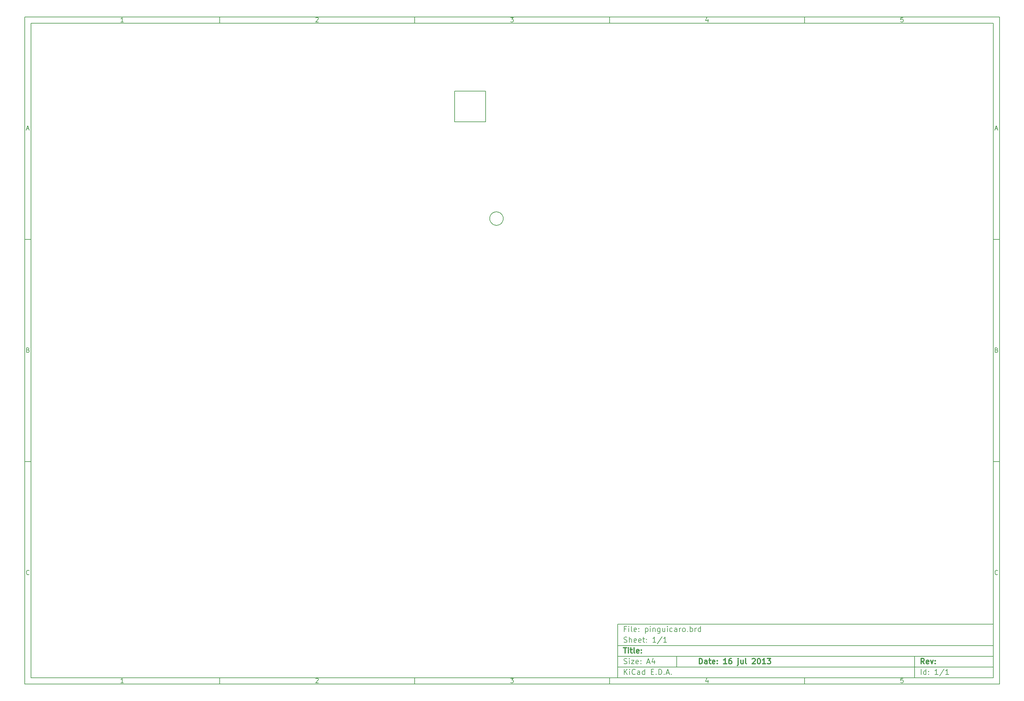
<source format=gbo>
G04 (created by PCBNEW-RS274X (2012-01-19 BZR 3256)-stable) date mar 16 jul 2013 12:41:11 ART*
G01*
G70*
G90*
%MOIN*%
G04 Gerber Fmt 3.4, Leading zero omitted, Abs format*
%FSLAX34Y34*%
G04 APERTURE LIST*
%ADD10C,0.006000*%
%ADD11C,0.012000*%
G04 APERTURE END LIST*
G54D10*
X04000Y-04000D02*
X113000Y-04000D01*
X113000Y-78670D01*
X04000Y-78670D01*
X04000Y-04000D01*
X04700Y-04700D02*
X112300Y-04700D01*
X112300Y-77970D01*
X04700Y-77970D01*
X04700Y-04700D01*
X25800Y-04000D02*
X25800Y-04700D01*
X15043Y-04552D02*
X14757Y-04552D01*
X14900Y-04552D02*
X14900Y-04052D01*
X14852Y-04124D01*
X14805Y-04171D01*
X14757Y-04195D01*
X25800Y-78670D02*
X25800Y-77970D01*
X15043Y-78522D02*
X14757Y-78522D01*
X14900Y-78522D02*
X14900Y-78022D01*
X14852Y-78094D01*
X14805Y-78141D01*
X14757Y-78165D01*
X47600Y-04000D02*
X47600Y-04700D01*
X36557Y-04100D02*
X36581Y-04076D01*
X36629Y-04052D01*
X36748Y-04052D01*
X36795Y-04076D01*
X36819Y-04100D01*
X36843Y-04148D01*
X36843Y-04195D01*
X36819Y-04267D01*
X36533Y-04552D01*
X36843Y-04552D01*
X47600Y-78670D02*
X47600Y-77970D01*
X36557Y-78070D02*
X36581Y-78046D01*
X36629Y-78022D01*
X36748Y-78022D01*
X36795Y-78046D01*
X36819Y-78070D01*
X36843Y-78118D01*
X36843Y-78165D01*
X36819Y-78237D01*
X36533Y-78522D01*
X36843Y-78522D01*
X69400Y-04000D02*
X69400Y-04700D01*
X58333Y-04052D02*
X58643Y-04052D01*
X58476Y-04243D01*
X58548Y-04243D01*
X58595Y-04267D01*
X58619Y-04290D01*
X58643Y-04338D01*
X58643Y-04457D01*
X58619Y-04505D01*
X58595Y-04529D01*
X58548Y-04552D01*
X58405Y-04552D01*
X58357Y-04529D01*
X58333Y-04505D01*
X69400Y-78670D02*
X69400Y-77970D01*
X58333Y-78022D02*
X58643Y-78022D01*
X58476Y-78213D01*
X58548Y-78213D01*
X58595Y-78237D01*
X58619Y-78260D01*
X58643Y-78308D01*
X58643Y-78427D01*
X58619Y-78475D01*
X58595Y-78499D01*
X58548Y-78522D01*
X58405Y-78522D01*
X58357Y-78499D01*
X58333Y-78475D01*
X91200Y-04000D02*
X91200Y-04700D01*
X80395Y-04219D02*
X80395Y-04552D01*
X80276Y-04029D02*
X80157Y-04386D01*
X80467Y-04386D01*
X91200Y-78670D02*
X91200Y-77970D01*
X80395Y-78189D02*
X80395Y-78522D01*
X80276Y-77999D02*
X80157Y-78356D01*
X80467Y-78356D01*
X102219Y-04052D02*
X101981Y-04052D01*
X101957Y-04290D01*
X101981Y-04267D01*
X102029Y-04243D01*
X102148Y-04243D01*
X102195Y-04267D01*
X102219Y-04290D01*
X102243Y-04338D01*
X102243Y-04457D01*
X102219Y-04505D01*
X102195Y-04529D01*
X102148Y-04552D01*
X102029Y-04552D01*
X101981Y-04529D01*
X101957Y-04505D01*
X102219Y-78022D02*
X101981Y-78022D01*
X101957Y-78260D01*
X101981Y-78237D01*
X102029Y-78213D01*
X102148Y-78213D01*
X102195Y-78237D01*
X102219Y-78260D01*
X102243Y-78308D01*
X102243Y-78427D01*
X102219Y-78475D01*
X102195Y-78499D01*
X102148Y-78522D01*
X102029Y-78522D01*
X101981Y-78499D01*
X101957Y-78475D01*
X04000Y-28890D02*
X04700Y-28890D01*
X04231Y-16510D02*
X04469Y-16510D01*
X04184Y-16652D02*
X04350Y-16152D01*
X04517Y-16652D01*
X113000Y-28890D02*
X112300Y-28890D01*
X112531Y-16510D02*
X112769Y-16510D01*
X112484Y-16652D02*
X112650Y-16152D01*
X112817Y-16652D01*
X04000Y-53780D02*
X04700Y-53780D01*
X04386Y-41280D02*
X04457Y-41304D01*
X04481Y-41328D01*
X04505Y-41376D01*
X04505Y-41447D01*
X04481Y-41495D01*
X04457Y-41519D01*
X04410Y-41542D01*
X04219Y-41542D01*
X04219Y-41042D01*
X04386Y-41042D01*
X04433Y-41066D01*
X04457Y-41090D01*
X04481Y-41138D01*
X04481Y-41185D01*
X04457Y-41233D01*
X04433Y-41257D01*
X04386Y-41280D01*
X04219Y-41280D01*
X113000Y-53780D02*
X112300Y-53780D01*
X112686Y-41280D02*
X112757Y-41304D01*
X112781Y-41328D01*
X112805Y-41376D01*
X112805Y-41447D01*
X112781Y-41495D01*
X112757Y-41519D01*
X112710Y-41542D01*
X112519Y-41542D01*
X112519Y-41042D01*
X112686Y-41042D01*
X112733Y-41066D01*
X112757Y-41090D01*
X112781Y-41138D01*
X112781Y-41185D01*
X112757Y-41233D01*
X112733Y-41257D01*
X112686Y-41280D01*
X112519Y-41280D01*
X04505Y-66385D02*
X04481Y-66409D01*
X04410Y-66432D01*
X04362Y-66432D01*
X04290Y-66409D01*
X04243Y-66361D01*
X04219Y-66313D01*
X04195Y-66218D01*
X04195Y-66147D01*
X04219Y-66051D01*
X04243Y-66004D01*
X04290Y-65956D01*
X04362Y-65932D01*
X04410Y-65932D01*
X04481Y-65956D01*
X04505Y-65980D01*
X112805Y-66385D02*
X112781Y-66409D01*
X112710Y-66432D01*
X112662Y-66432D01*
X112590Y-66409D01*
X112543Y-66361D01*
X112519Y-66313D01*
X112495Y-66218D01*
X112495Y-66147D01*
X112519Y-66051D01*
X112543Y-66004D01*
X112590Y-65956D01*
X112662Y-65932D01*
X112710Y-65932D01*
X112781Y-65956D01*
X112805Y-65980D01*
G54D11*
X79443Y-76413D02*
X79443Y-75813D01*
X79586Y-75813D01*
X79671Y-75841D01*
X79729Y-75899D01*
X79757Y-75956D01*
X79786Y-76070D01*
X79786Y-76156D01*
X79757Y-76270D01*
X79729Y-76327D01*
X79671Y-76384D01*
X79586Y-76413D01*
X79443Y-76413D01*
X80300Y-76413D02*
X80300Y-76099D01*
X80271Y-76041D01*
X80214Y-76013D01*
X80100Y-76013D01*
X80043Y-76041D01*
X80300Y-76384D02*
X80243Y-76413D01*
X80100Y-76413D01*
X80043Y-76384D01*
X80014Y-76327D01*
X80014Y-76270D01*
X80043Y-76213D01*
X80100Y-76184D01*
X80243Y-76184D01*
X80300Y-76156D01*
X80500Y-76013D02*
X80729Y-76013D01*
X80586Y-75813D02*
X80586Y-76327D01*
X80614Y-76384D01*
X80672Y-76413D01*
X80729Y-76413D01*
X81157Y-76384D02*
X81100Y-76413D01*
X80986Y-76413D01*
X80929Y-76384D01*
X80900Y-76327D01*
X80900Y-76099D01*
X80929Y-76041D01*
X80986Y-76013D01*
X81100Y-76013D01*
X81157Y-76041D01*
X81186Y-76099D01*
X81186Y-76156D01*
X80900Y-76213D01*
X81443Y-76356D02*
X81471Y-76384D01*
X81443Y-76413D01*
X81414Y-76384D01*
X81443Y-76356D01*
X81443Y-76413D01*
X81443Y-76041D02*
X81471Y-76070D01*
X81443Y-76099D01*
X81414Y-76070D01*
X81443Y-76041D01*
X81443Y-76099D01*
X82500Y-76413D02*
X82157Y-76413D01*
X82329Y-76413D02*
X82329Y-75813D01*
X82272Y-75899D01*
X82214Y-75956D01*
X82157Y-75984D01*
X83014Y-75813D02*
X82900Y-75813D01*
X82843Y-75841D01*
X82814Y-75870D01*
X82757Y-75956D01*
X82728Y-76070D01*
X82728Y-76299D01*
X82757Y-76356D01*
X82785Y-76384D01*
X82843Y-76413D01*
X82957Y-76413D01*
X83014Y-76384D01*
X83043Y-76356D01*
X83071Y-76299D01*
X83071Y-76156D01*
X83043Y-76099D01*
X83014Y-76070D01*
X82957Y-76041D01*
X82843Y-76041D01*
X82785Y-76070D01*
X82757Y-76099D01*
X82728Y-76156D01*
X83785Y-76013D02*
X83785Y-76527D01*
X83756Y-76584D01*
X83699Y-76613D01*
X83671Y-76613D01*
X83785Y-75813D02*
X83756Y-75841D01*
X83785Y-75870D01*
X83813Y-75841D01*
X83785Y-75813D01*
X83785Y-75870D01*
X84328Y-76013D02*
X84328Y-76413D01*
X84071Y-76013D02*
X84071Y-76327D01*
X84099Y-76384D01*
X84157Y-76413D01*
X84242Y-76413D01*
X84299Y-76384D01*
X84328Y-76356D01*
X84700Y-76413D02*
X84642Y-76384D01*
X84614Y-76327D01*
X84614Y-75813D01*
X85356Y-75870D02*
X85385Y-75841D01*
X85442Y-75813D01*
X85585Y-75813D01*
X85642Y-75841D01*
X85671Y-75870D01*
X85699Y-75927D01*
X85699Y-75984D01*
X85671Y-76070D01*
X85328Y-76413D01*
X85699Y-76413D01*
X86070Y-75813D02*
X86127Y-75813D01*
X86184Y-75841D01*
X86213Y-75870D01*
X86242Y-75927D01*
X86270Y-76041D01*
X86270Y-76184D01*
X86242Y-76299D01*
X86213Y-76356D01*
X86184Y-76384D01*
X86127Y-76413D01*
X86070Y-76413D01*
X86013Y-76384D01*
X85984Y-76356D01*
X85956Y-76299D01*
X85927Y-76184D01*
X85927Y-76041D01*
X85956Y-75927D01*
X85984Y-75870D01*
X86013Y-75841D01*
X86070Y-75813D01*
X86841Y-76413D02*
X86498Y-76413D01*
X86670Y-76413D02*
X86670Y-75813D01*
X86613Y-75899D01*
X86555Y-75956D01*
X86498Y-75984D01*
X87041Y-75813D02*
X87412Y-75813D01*
X87212Y-76041D01*
X87298Y-76041D01*
X87355Y-76070D01*
X87384Y-76099D01*
X87412Y-76156D01*
X87412Y-76299D01*
X87384Y-76356D01*
X87355Y-76384D01*
X87298Y-76413D01*
X87126Y-76413D01*
X87069Y-76384D01*
X87041Y-76356D01*
G54D10*
X71043Y-77613D02*
X71043Y-77013D01*
X71386Y-77613D02*
X71129Y-77270D01*
X71386Y-77013D02*
X71043Y-77356D01*
X71643Y-77613D02*
X71643Y-77213D01*
X71643Y-77013D02*
X71614Y-77041D01*
X71643Y-77070D01*
X71671Y-77041D01*
X71643Y-77013D01*
X71643Y-77070D01*
X72272Y-77556D02*
X72243Y-77584D01*
X72157Y-77613D01*
X72100Y-77613D01*
X72015Y-77584D01*
X71957Y-77527D01*
X71929Y-77470D01*
X71900Y-77356D01*
X71900Y-77270D01*
X71929Y-77156D01*
X71957Y-77099D01*
X72015Y-77041D01*
X72100Y-77013D01*
X72157Y-77013D01*
X72243Y-77041D01*
X72272Y-77070D01*
X72786Y-77613D02*
X72786Y-77299D01*
X72757Y-77241D01*
X72700Y-77213D01*
X72586Y-77213D01*
X72529Y-77241D01*
X72786Y-77584D02*
X72729Y-77613D01*
X72586Y-77613D01*
X72529Y-77584D01*
X72500Y-77527D01*
X72500Y-77470D01*
X72529Y-77413D01*
X72586Y-77384D01*
X72729Y-77384D01*
X72786Y-77356D01*
X73329Y-77613D02*
X73329Y-77013D01*
X73329Y-77584D02*
X73272Y-77613D01*
X73158Y-77613D01*
X73100Y-77584D01*
X73072Y-77556D01*
X73043Y-77499D01*
X73043Y-77327D01*
X73072Y-77270D01*
X73100Y-77241D01*
X73158Y-77213D01*
X73272Y-77213D01*
X73329Y-77241D01*
X74072Y-77299D02*
X74272Y-77299D01*
X74358Y-77613D02*
X74072Y-77613D01*
X74072Y-77013D01*
X74358Y-77013D01*
X74615Y-77556D02*
X74643Y-77584D01*
X74615Y-77613D01*
X74586Y-77584D01*
X74615Y-77556D01*
X74615Y-77613D01*
X74901Y-77613D02*
X74901Y-77013D01*
X75044Y-77013D01*
X75129Y-77041D01*
X75187Y-77099D01*
X75215Y-77156D01*
X75244Y-77270D01*
X75244Y-77356D01*
X75215Y-77470D01*
X75187Y-77527D01*
X75129Y-77584D01*
X75044Y-77613D01*
X74901Y-77613D01*
X75501Y-77556D02*
X75529Y-77584D01*
X75501Y-77613D01*
X75472Y-77584D01*
X75501Y-77556D01*
X75501Y-77613D01*
X75758Y-77441D02*
X76044Y-77441D01*
X75701Y-77613D02*
X75901Y-77013D01*
X76101Y-77613D01*
X76301Y-77556D02*
X76329Y-77584D01*
X76301Y-77613D01*
X76272Y-77584D01*
X76301Y-77556D01*
X76301Y-77613D01*
G54D11*
X104586Y-76413D02*
X104386Y-76127D01*
X104243Y-76413D02*
X104243Y-75813D01*
X104471Y-75813D01*
X104529Y-75841D01*
X104557Y-75870D01*
X104586Y-75927D01*
X104586Y-76013D01*
X104557Y-76070D01*
X104529Y-76099D01*
X104471Y-76127D01*
X104243Y-76127D01*
X105071Y-76384D02*
X105014Y-76413D01*
X104900Y-76413D01*
X104843Y-76384D01*
X104814Y-76327D01*
X104814Y-76099D01*
X104843Y-76041D01*
X104900Y-76013D01*
X105014Y-76013D01*
X105071Y-76041D01*
X105100Y-76099D01*
X105100Y-76156D01*
X104814Y-76213D01*
X105300Y-76013D02*
X105443Y-76413D01*
X105585Y-76013D01*
X105814Y-76356D02*
X105842Y-76384D01*
X105814Y-76413D01*
X105785Y-76384D01*
X105814Y-76356D01*
X105814Y-76413D01*
X105814Y-76041D02*
X105842Y-76070D01*
X105814Y-76099D01*
X105785Y-76070D01*
X105814Y-76041D01*
X105814Y-76099D01*
G54D10*
X71014Y-76384D02*
X71100Y-76413D01*
X71243Y-76413D01*
X71300Y-76384D01*
X71329Y-76356D01*
X71357Y-76299D01*
X71357Y-76241D01*
X71329Y-76184D01*
X71300Y-76156D01*
X71243Y-76127D01*
X71129Y-76099D01*
X71071Y-76070D01*
X71043Y-76041D01*
X71014Y-75984D01*
X71014Y-75927D01*
X71043Y-75870D01*
X71071Y-75841D01*
X71129Y-75813D01*
X71271Y-75813D01*
X71357Y-75841D01*
X71614Y-76413D02*
X71614Y-76013D01*
X71614Y-75813D02*
X71585Y-75841D01*
X71614Y-75870D01*
X71642Y-75841D01*
X71614Y-75813D01*
X71614Y-75870D01*
X71843Y-76013D02*
X72157Y-76013D01*
X71843Y-76413D01*
X72157Y-76413D01*
X72614Y-76384D02*
X72557Y-76413D01*
X72443Y-76413D01*
X72386Y-76384D01*
X72357Y-76327D01*
X72357Y-76099D01*
X72386Y-76041D01*
X72443Y-76013D01*
X72557Y-76013D01*
X72614Y-76041D01*
X72643Y-76099D01*
X72643Y-76156D01*
X72357Y-76213D01*
X72900Y-76356D02*
X72928Y-76384D01*
X72900Y-76413D01*
X72871Y-76384D01*
X72900Y-76356D01*
X72900Y-76413D01*
X72900Y-76041D02*
X72928Y-76070D01*
X72900Y-76099D01*
X72871Y-76070D01*
X72900Y-76041D01*
X72900Y-76099D01*
X73614Y-76241D02*
X73900Y-76241D01*
X73557Y-76413D02*
X73757Y-75813D01*
X73957Y-76413D01*
X74414Y-76013D02*
X74414Y-76413D01*
X74271Y-75784D02*
X74128Y-76213D01*
X74500Y-76213D01*
X104243Y-77613D02*
X104243Y-77013D01*
X104786Y-77613D02*
X104786Y-77013D01*
X104786Y-77584D02*
X104729Y-77613D01*
X104615Y-77613D01*
X104557Y-77584D01*
X104529Y-77556D01*
X104500Y-77499D01*
X104500Y-77327D01*
X104529Y-77270D01*
X104557Y-77241D01*
X104615Y-77213D01*
X104729Y-77213D01*
X104786Y-77241D01*
X105072Y-77556D02*
X105100Y-77584D01*
X105072Y-77613D01*
X105043Y-77584D01*
X105072Y-77556D01*
X105072Y-77613D01*
X105072Y-77241D02*
X105100Y-77270D01*
X105072Y-77299D01*
X105043Y-77270D01*
X105072Y-77241D01*
X105072Y-77299D01*
X106129Y-77613D02*
X105786Y-77613D01*
X105958Y-77613D02*
X105958Y-77013D01*
X105901Y-77099D01*
X105843Y-77156D01*
X105786Y-77184D01*
X106814Y-76984D02*
X106300Y-77756D01*
X107329Y-77613D02*
X106986Y-77613D01*
X107158Y-77613D02*
X107158Y-77013D01*
X107101Y-77099D01*
X107043Y-77156D01*
X106986Y-77184D01*
G54D11*
X70957Y-74613D02*
X71300Y-74613D01*
X71129Y-75213D02*
X71129Y-74613D01*
X71500Y-75213D02*
X71500Y-74813D01*
X71500Y-74613D02*
X71471Y-74641D01*
X71500Y-74670D01*
X71528Y-74641D01*
X71500Y-74613D01*
X71500Y-74670D01*
X71700Y-74813D02*
X71929Y-74813D01*
X71786Y-74613D02*
X71786Y-75127D01*
X71814Y-75184D01*
X71872Y-75213D01*
X71929Y-75213D01*
X72215Y-75213D02*
X72157Y-75184D01*
X72129Y-75127D01*
X72129Y-74613D01*
X72671Y-75184D02*
X72614Y-75213D01*
X72500Y-75213D01*
X72443Y-75184D01*
X72414Y-75127D01*
X72414Y-74899D01*
X72443Y-74841D01*
X72500Y-74813D01*
X72614Y-74813D01*
X72671Y-74841D01*
X72700Y-74899D01*
X72700Y-74956D01*
X72414Y-75013D01*
X72957Y-75156D02*
X72985Y-75184D01*
X72957Y-75213D01*
X72928Y-75184D01*
X72957Y-75156D01*
X72957Y-75213D01*
X72957Y-74841D02*
X72985Y-74870D01*
X72957Y-74899D01*
X72928Y-74870D01*
X72957Y-74841D01*
X72957Y-74899D01*
G54D10*
X71243Y-72499D02*
X71043Y-72499D01*
X71043Y-72813D02*
X71043Y-72213D01*
X71329Y-72213D01*
X71557Y-72813D02*
X71557Y-72413D01*
X71557Y-72213D02*
X71528Y-72241D01*
X71557Y-72270D01*
X71585Y-72241D01*
X71557Y-72213D01*
X71557Y-72270D01*
X71929Y-72813D02*
X71871Y-72784D01*
X71843Y-72727D01*
X71843Y-72213D01*
X72385Y-72784D02*
X72328Y-72813D01*
X72214Y-72813D01*
X72157Y-72784D01*
X72128Y-72727D01*
X72128Y-72499D01*
X72157Y-72441D01*
X72214Y-72413D01*
X72328Y-72413D01*
X72385Y-72441D01*
X72414Y-72499D01*
X72414Y-72556D01*
X72128Y-72613D01*
X72671Y-72756D02*
X72699Y-72784D01*
X72671Y-72813D01*
X72642Y-72784D01*
X72671Y-72756D01*
X72671Y-72813D01*
X72671Y-72441D02*
X72699Y-72470D01*
X72671Y-72499D01*
X72642Y-72470D01*
X72671Y-72441D01*
X72671Y-72499D01*
X73414Y-72413D02*
X73414Y-73013D01*
X73414Y-72441D02*
X73471Y-72413D01*
X73585Y-72413D01*
X73642Y-72441D01*
X73671Y-72470D01*
X73700Y-72527D01*
X73700Y-72699D01*
X73671Y-72756D01*
X73642Y-72784D01*
X73585Y-72813D01*
X73471Y-72813D01*
X73414Y-72784D01*
X73957Y-72813D02*
X73957Y-72413D01*
X73957Y-72213D02*
X73928Y-72241D01*
X73957Y-72270D01*
X73985Y-72241D01*
X73957Y-72213D01*
X73957Y-72270D01*
X74243Y-72413D02*
X74243Y-72813D01*
X74243Y-72470D02*
X74271Y-72441D01*
X74329Y-72413D01*
X74414Y-72413D01*
X74471Y-72441D01*
X74500Y-72499D01*
X74500Y-72813D01*
X75043Y-72413D02*
X75043Y-72899D01*
X75014Y-72956D01*
X74986Y-72984D01*
X74929Y-73013D01*
X74843Y-73013D01*
X74786Y-72984D01*
X75043Y-72784D02*
X74986Y-72813D01*
X74872Y-72813D01*
X74814Y-72784D01*
X74786Y-72756D01*
X74757Y-72699D01*
X74757Y-72527D01*
X74786Y-72470D01*
X74814Y-72441D01*
X74872Y-72413D01*
X74986Y-72413D01*
X75043Y-72441D01*
X75586Y-72413D02*
X75586Y-72813D01*
X75329Y-72413D02*
X75329Y-72727D01*
X75357Y-72784D01*
X75415Y-72813D01*
X75500Y-72813D01*
X75557Y-72784D01*
X75586Y-72756D01*
X75872Y-72813D02*
X75872Y-72413D01*
X75872Y-72213D02*
X75843Y-72241D01*
X75872Y-72270D01*
X75900Y-72241D01*
X75872Y-72213D01*
X75872Y-72270D01*
X76415Y-72784D02*
X76358Y-72813D01*
X76244Y-72813D01*
X76186Y-72784D01*
X76158Y-72756D01*
X76129Y-72699D01*
X76129Y-72527D01*
X76158Y-72470D01*
X76186Y-72441D01*
X76244Y-72413D01*
X76358Y-72413D01*
X76415Y-72441D01*
X76929Y-72813D02*
X76929Y-72499D01*
X76900Y-72441D01*
X76843Y-72413D01*
X76729Y-72413D01*
X76672Y-72441D01*
X76929Y-72784D02*
X76872Y-72813D01*
X76729Y-72813D01*
X76672Y-72784D01*
X76643Y-72727D01*
X76643Y-72670D01*
X76672Y-72613D01*
X76729Y-72584D01*
X76872Y-72584D01*
X76929Y-72556D01*
X77215Y-72813D02*
X77215Y-72413D01*
X77215Y-72527D02*
X77243Y-72470D01*
X77272Y-72441D01*
X77329Y-72413D01*
X77386Y-72413D01*
X77672Y-72813D02*
X77614Y-72784D01*
X77586Y-72756D01*
X77557Y-72699D01*
X77557Y-72527D01*
X77586Y-72470D01*
X77614Y-72441D01*
X77672Y-72413D01*
X77757Y-72413D01*
X77814Y-72441D01*
X77843Y-72470D01*
X77872Y-72527D01*
X77872Y-72699D01*
X77843Y-72756D01*
X77814Y-72784D01*
X77757Y-72813D01*
X77672Y-72813D01*
X78129Y-72756D02*
X78157Y-72784D01*
X78129Y-72813D01*
X78100Y-72784D01*
X78129Y-72756D01*
X78129Y-72813D01*
X78415Y-72813D02*
X78415Y-72213D01*
X78415Y-72441D02*
X78472Y-72413D01*
X78586Y-72413D01*
X78643Y-72441D01*
X78672Y-72470D01*
X78701Y-72527D01*
X78701Y-72699D01*
X78672Y-72756D01*
X78643Y-72784D01*
X78586Y-72813D01*
X78472Y-72813D01*
X78415Y-72784D01*
X78958Y-72813D02*
X78958Y-72413D01*
X78958Y-72527D02*
X78986Y-72470D01*
X79015Y-72441D01*
X79072Y-72413D01*
X79129Y-72413D01*
X79586Y-72813D02*
X79586Y-72213D01*
X79586Y-72784D02*
X79529Y-72813D01*
X79415Y-72813D01*
X79357Y-72784D01*
X79329Y-72756D01*
X79300Y-72699D01*
X79300Y-72527D01*
X79329Y-72470D01*
X79357Y-72441D01*
X79415Y-72413D01*
X79529Y-72413D01*
X79586Y-72441D01*
X71014Y-73984D02*
X71100Y-74013D01*
X71243Y-74013D01*
X71300Y-73984D01*
X71329Y-73956D01*
X71357Y-73899D01*
X71357Y-73841D01*
X71329Y-73784D01*
X71300Y-73756D01*
X71243Y-73727D01*
X71129Y-73699D01*
X71071Y-73670D01*
X71043Y-73641D01*
X71014Y-73584D01*
X71014Y-73527D01*
X71043Y-73470D01*
X71071Y-73441D01*
X71129Y-73413D01*
X71271Y-73413D01*
X71357Y-73441D01*
X71614Y-74013D02*
X71614Y-73413D01*
X71871Y-74013D02*
X71871Y-73699D01*
X71842Y-73641D01*
X71785Y-73613D01*
X71700Y-73613D01*
X71642Y-73641D01*
X71614Y-73670D01*
X72385Y-73984D02*
X72328Y-74013D01*
X72214Y-74013D01*
X72157Y-73984D01*
X72128Y-73927D01*
X72128Y-73699D01*
X72157Y-73641D01*
X72214Y-73613D01*
X72328Y-73613D01*
X72385Y-73641D01*
X72414Y-73699D01*
X72414Y-73756D01*
X72128Y-73813D01*
X72899Y-73984D02*
X72842Y-74013D01*
X72728Y-74013D01*
X72671Y-73984D01*
X72642Y-73927D01*
X72642Y-73699D01*
X72671Y-73641D01*
X72728Y-73613D01*
X72842Y-73613D01*
X72899Y-73641D01*
X72928Y-73699D01*
X72928Y-73756D01*
X72642Y-73813D01*
X73099Y-73613D02*
X73328Y-73613D01*
X73185Y-73413D02*
X73185Y-73927D01*
X73213Y-73984D01*
X73271Y-74013D01*
X73328Y-74013D01*
X73528Y-73956D02*
X73556Y-73984D01*
X73528Y-74013D01*
X73499Y-73984D01*
X73528Y-73956D01*
X73528Y-74013D01*
X73528Y-73641D02*
X73556Y-73670D01*
X73528Y-73699D01*
X73499Y-73670D01*
X73528Y-73641D01*
X73528Y-73699D01*
X74585Y-74013D02*
X74242Y-74013D01*
X74414Y-74013D02*
X74414Y-73413D01*
X74357Y-73499D01*
X74299Y-73556D01*
X74242Y-73584D01*
X75270Y-73384D02*
X74756Y-74156D01*
X75785Y-74013D02*
X75442Y-74013D01*
X75614Y-74013D02*
X75614Y-73413D01*
X75557Y-73499D01*
X75499Y-73556D01*
X75442Y-73584D01*
X70300Y-71970D02*
X70300Y-77970D01*
X70300Y-71970D02*
X112300Y-71970D01*
X70300Y-71970D02*
X112300Y-71970D01*
X70300Y-74370D02*
X112300Y-74370D01*
X103500Y-75570D02*
X103500Y-77970D01*
X70300Y-76770D02*
X112300Y-76770D01*
X70300Y-75570D02*
X112300Y-75570D01*
X76900Y-75570D02*
X76900Y-76770D01*
X57517Y-26568D02*
X57502Y-26715D01*
X57459Y-26856D01*
X57390Y-26986D01*
X57297Y-27101D01*
X57183Y-27195D01*
X57053Y-27265D01*
X56912Y-27309D01*
X56765Y-27324D01*
X56619Y-27311D01*
X56477Y-27269D01*
X56346Y-27201D01*
X56231Y-27108D01*
X56136Y-26995D01*
X56065Y-26866D01*
X56020Y-26725D01*
X56004Y-26578D01*
X56016Y-26432D01*
X56057Y-26290D01*
X56124Y-26158D01*
X56216Y-26043D01*
X56328Y-25947D01*
X56457Y-25875D01*
X56598Y-25829D01*
X56745Y-25812D01*
X56891Y-25823D01*
X57033Y-25863D01*
X57165Y-25929D01*
X57282Y-26020D01*
X57378Y-26132D01*
X57451Y-26261D01*
X57498Y-26401D01*
X57516Y-26547D01*
X57517Y-26568D01*
X52092Y-12306D02*
X52092Y-15746D01*
X55532Y-15746D01*
X55532Y-12306D01*
X52092Y-12306D01*
M02*

</source>
